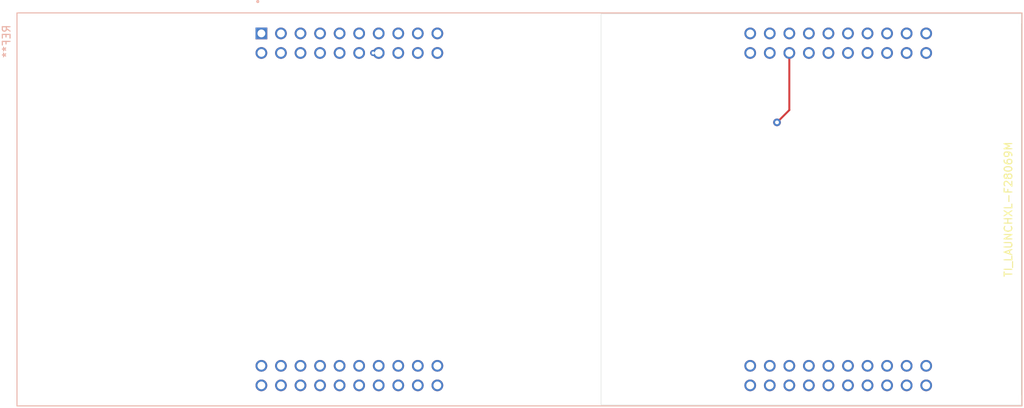
<source format=kicad_pcb>
(kicad_pcb (version 20211014) (generator pcbnew)
  (layers (0 "F.Cu" signal) (31 "B.Cu" signal) (34 "B.Paste" user) (35 "F.Paste" user) (36 "B.SilkS" user "B.Silkscreen") (37 "F.SilkS" user "F.Silkscreen") (38 "B.Mask" user) (39 "F.Mask" user) (44 "Edge.Cuts" user))
  (net 0 "")
  (footprint "kicad-files:TI_LAUNCHXL-F28069M" (layer "B.Cu") (at 146 71.12 -90)
    (fp_text reference "REF**" (at -21.825 66.6355 90) (layer "B.SilkS") (effects (justify mirror)))
    (fp_text value "TI_LAUNCHXL-F28069M" (at 0 -63.5 90) (layer "F.SilkS"))
    (fp_line (start 25.527 -65.278) (end -25.527 -65.278) (layer "B.SilkS") (width 0.127))
    (fp_line (start -25.527 -65.278) (end -25.527 65.278) (layer "B.SilkS") (width 0.127))
    (fp_line (start 25.527 65.278) (end 25.527 -65.278) (layer "B.SilkS") (width 0.127))
    (fp_line (start -25.527 65.278) (end 25.527 65.278) (layer "B.SilkS") (width 0.127))
    (fp_circle (center -27 34.0005) (end -26.9 34.0005) (layer "B.SilkS") (width 0.2) (fill none))
    (pad "1" thru_hole rect (at -22.86 33.528 270) (size 1.524 1.524) (drill 1.016) (layers F&B.Cu *.Mask))
    (pad "2" thru_hole circle (at -22.86 30.988 270) (size 1.524 1.524) (drill 1.016) (layers F&B.Cu *.Mask))
    (pad "3" thru_hole circle (at -22.86 28.448 270) (size 1.524 1.524) (drill 1.016) (layers F&B.Cu *.Mask))
    (pad "4" thru_hole circle (at -22.86 25.908 270) (size 1.524 1.524) (drill 1.016) (layers F&B.Cu *.Mask))
    (pad "5" thru_hole circle (at -22.86 23.368 270) (size 1.524 1.524) (drill 1.016) (layers F&B.Cu *.Mask))
    (pad "6" thru_hole circle (at -22.86 20.828 270) (size 1.524 1.524) (drill 1.016) (layers F&B.Cu *.Mask))
    (pad "7" thru_hole circle (at -22.86 18.288 270) (size 1.524 1.524) (drill 1.016) (layers F&B.Cu *.Mask))
    (pad "8" thru_hole circle (at -22.86 15.748 270) (size 1.524 1.524) (drill 1.016) (layers F&B.Cu *.Mask))
    (pad "9" thru_hole circle (at -22.86 13.208 270) (size 1.524 1.524) (drill 1.016) (layers F&B.Cu *.Mask))
    (pad "10" thru_hole circle (at -22.86 10.668 270) (size 1.524 1.524) (drill 1.016) (layers F&B.Cu *.Mask))
    (pad "11" thru_hole circle (at 22.86 10.668 270) (size 1.524 1.524) (drill 1.016) (layers F&B.Cu *.Mask))
    (pad "12" thru_hole circle (at 22.86 13.208 270) (size 1.524 1.524) (drill 1.016) (layers F&B.Cu *.Mask))
    (pad "13" thru_hole circle (at 22.86 15.748 270) (size 1.524 1.524) (drill 1.016) (layers F&B.Cu *.Mask))
    (pad "14" thru_hole circle (at 22.86 18.288 270) (size 1.524 1.524) (drill 1.016) (layers F&B.Cu *.Mask))
    (pad "15" thru_hole circle (at 22.86 20.828 270) (size 1.524 1.524) (drill 1.016) (layers F&B.Cu *.Mask))
    (pad "16" thru_hole circle (at 22.86 23.368 270) (size 1.524 1.524) (drill 1.016) (layers F&B.Cu *.Mask))
    (pad "17" thru_hole circle (at 22.86 25.908 270) (size 1.524 1.524) (drill 1.016) (layers F&B.Cu *.Mask))
    (pad "18" thru_hole circle (at 22.86 28.448 270) (size 1.524 1.524) (drill 1.016) (layers F&B.Cu *.Mask))
    (pad "19" thru_hole circle (at 22.86 30.988 270) (size 1.524 1.524) (drill 1.016) (layers F&B.Cu *.Mask))
    (pad "20" thru_hole circle (at 22.86 33.528 270) (size 1.524 1.524) (drill 1.016) (layers F&B.Cu *.Mask))
    (pad "21" thru_hole circle (at -20.32 33.528 270) (size 1.524 1.524) (drill 1.016) (layers F&B.Cu *.Mask))
    (pad "22" thru_hole circle (at -20.32 30.988 270) (size 1.524 1.524) (drill 1.016) (layers F&B.Cu *.Mask))
    (pad "23" thru_hole circle (at -20.32 28.448 270) (size 1.524 1.524) (drill 1.016) (layers F&B.Cu *.Mask))
    (pad "24" thru_hole circle (at -20.32 25.908 270) (size 1.524 1.524) (drill 1.016) (layers F&B.Cu *.Mask))
    (pad "25" thru_hole circle (at -20.32 23.368 270) (size 1.524 1.524) (drill 1.016) (layers F&B.Cu *.Mask))
    (pad "26" thru_hole circle (at -20.32 20.828 270) (size 1.524 1.524) (drill 1.016) (layers F&B.Cu *.Mask))
    (pad "27" thru_hole circle (at -20.32 18.288 270) (size 1.524 1.524) (drill 1.016) (layers F&B.Cu *.Mask))
    (pad "28" thru_hole circle (at -20.32 15.748 270) (size 1.524 1.524) (drill 1.016) (layers F&B.Cu *.Mask))
    (pad "29" thru_hole circle (at -20.32 13.208 270) (size 1.524 1.524) (drill 1.016) (layers F&B.Cu *.Mask))
    (pad "30" thru_hole circle (at -20.32 10.668 270) (size 1.524 1.524) (drill 1.016) (layers F&B.Cu *.Mask))
    (pad "31" thru_hole circle (at 20.32 10.668 270) (size 1.524 1.524) (drill 1.016) (layers F&B.Cu *.Mask))
    (pad "32" thru_hole circle (at 20.32 13.208 270) (size 1.524 1.524) (drill 1.016) (layers F&B.Cu *.Mask))
    (pad "33" thru_hole circle (at 20.32 15.748 270) (size 1.524 1.524) (drill 1.016) (layers F&B.Cu *.Mask))
    (pad "34" thru_hole circle (at 20.32 18.288 270) (size 1.524 1.524) (drill 1.016) (layers F&B.Cu *.Mask))
    (pad "35" thru_hole circle (at 20.32 20.828 270) (size 1.524 1.524) (drill 1.016) (layers F&B.Cu *.Mask))
    (pad "36" thru_hole circle (at 20.32 23.368 270) (size 1.524 1.524) (drill 1.016) (layers F&B.Cu *.Mask))
    (pad "37" thru_hole circle (at 20.32 25.908 270) (size 1.524 1.524) (drill 1.016) (layers F&B.Cu *.Mask))
    (pad "38" thru_hole circle (at 20.32 28.448 270) (size 1.524 1.524) (drill 1.016) (layers F&B.Cu *.Mask))
    (pad "39" thru_hole circle (at 20.32 30.988 270) (size 1.524 1.524) (drill 1.016) (layers F&B.Cu *.Mask))
    (pad "40" thru_hole circle (at 20.32 33.528 270) (size 1.524 1.524) (drill 1.016) (layers F&B.Cu *.Mask))
    (pad "41" thru_hole circle (at -22.86 -29.972 270) (size 1.524 1.524) (drill 1.016) (layers F&B.Cu *.Mask))
    (pad "42" thru_hole circle (at -22.86 -32.512 270) (size 1.524 1.524) (drill 1.016) (layers F&B.Cu *.Mask))
    (pad "43" thru_hole circle (at -22.86 -35.052 270) (size 1.524 1.524) (drill 1.016) (layers F&B.Cu *.Mask))
    (pad "44" thru_hole circle (at -22.86 -37.592 270) (size 1.524 1.524) (drill 1.016) (layers F&B.Cu *.Mask))
    (pad "45" thru_hole circle (at -22.86 -40.132 270) (size 1.524 1.524) (drill 1.016) (layers F&B.Cu *.Mask))
    (pad "46" thru_hole circle (at -22.86 -42.672 270) (size 1.524 1.524) (drill 1.016) (layers F&B.Cu *.Mask))
    (pad "47" thru_hole circle (at -22.86 -45.212 270) (size 1.524 1.524) (drill 1.016) (layers F&B.Cu *.Mask))
    (pad "48" thru_hole circle (at -22.86 -47.752 270) (size 1.524 1.524) (drill 1.016) (layers F&B.Cu *.Mask))
    (pad "49" thru_hole circle (at -22.86 -50.292 270) (size 1.524 1.524) (drill 1.016) (layers F&B.Cu *.Mask))
    (pad "50" thru_hole circle (at -22.86 -52.832 270) (size 1.524 1.524) (drill 1.016) (layers F&B.Cu *.Mask))
    (pad "51" thru_hole circle (at 22.86 -52.832 270) (size 1.524 1.524) (drill 1.016) (layers F&B.Cu *.Mask))
    (pad "52" thru_hole circle (at 22.86 -50.292 270) (size 1.524 1.524) (drill 1.016) (layers F&B.Cu *.Mask))
    (pad "53" thru_hole circle (at 22.86 -47.752 270) (size 1.524 1.524) (drill 1.016) (layers F&B.Cu *.Mask))
    (pad "54" thru_hole circle (at 22.86 -45.212 270) (size 1.524 1.524) (drill 1.016) (layers F&B.Cu *.Mask))
    (pad "55" thru_hole circle (at 22.86 -42.672 270) (size 1.524 1.524) (drill 1.016) (layers F&B.Cu *.Mask))
    (pad "56" thru_hole circle (at 22.86 -40.132 270) (size 1.524 1.524) (drill 1.016) (layers F&B.Cu *.Mask))
    (pad "57" thru_hole circle (at 22.86 -37.592 270) (size 1.524 1.524) (drill 1.016) (layers F&B.Cu *.Mask))
    (pad "58" thru_hole circle (at 22.86 -35.052 270) (size 1.524 1.524) (drill 1.016) (layers F&B.Cu *.Mask))
    (pad "59" thru_hole circle (at 22.86 -32.512 270) (size 1.524 1.524) (drill 1.016) (layers F&B.Cu *.Mask))
    (pad "60" thru_hole circle (at 22.86 -29.972 270) (size 1.524 1.524) (drill 1.016) (layers F&B.Cu *.Mask))
    (pad "61" thru_hole circle (at -20.32 -29.972 270) (size 1.524 1.524) (drill 1.016) (layers F&B.Cu *.Mask))
    (pad "62" thru_hole circle (at -20.32 -32.512 270) (size 1.524 1.524) (drill 1.016) (layers F&B.Cu *.Mask))
    (pad "63" thru_hole circle (at -20.32 -35.052 270) (size 1.524 1.524) (drill 1.016) (layers F&B.Cu *.Mask))
    (pad "64" thru_hole circle (at -20.32 -37.592 270) (size 1.524 1.524) (drill 1.016) (layers F&B.Cu *.Mask))
    (pad "65" thru_hole circle (at -20.32 -40.132 270) (size 1.524 1.524) (drill 1.016) (layers F&B.Cu *.Mask))
    (pad "66" thru_hole circle (at -20.32 -42.672 270) (size 1.524 1.524) (drill 1.016) (layers F&B.Cu *.Mask))
    (pad "67" thru_hole circle (at -20.32 -45.212 270) (size 1.524 1.524) (drill 1.016) (layers F&B.Cu *.Mask))
    (pad "68" thru_hole circle (at -20.32 -47.752 270) (size 1.524 1.524) (drill 1.016) (layers F&B.Cu *.Mask))
    (pad "69" thru_hole circle (at -20.32 -50.292 270) (size 1.524 1.524) (drill 1.016) (layers F&B.Cu *.Mask))
    (pad "70" thru_hole circle (at -20.32 -52.832 270) (size 1.524 1.524) (drill 1.016) (layers F&B.Cu *.Mask))
    (pad "71" thru_hole circle (at 20.32 -52.832 270) (size 1.524 1.524) (drill 1.016) (layers F&B.Cu *.Mask))
    (pad "72" thru_hole circle (at 20.32 -50.292 270) (size 1.524 1.524) (drill 1.016) (layers F&B.Cu *.Mask))
    (pad "73" thru_hole circle (at 20.32 -47.752 270) (size 1.524 1.524) (drill 1.016) (layers F&B.Cu *.Mask))
    (pad "74" thru_hole circle (at 20.32 -45.212 270) (size 1.524 1.524) (drill 1.016) (layers F&B.Cu *.Mask))
    (pad "75" thru_hole circle (at 20.32 -42.672 270) (size 1.524 1.524) (drill 1.016) (layers F&B.Cu *.Mask))
    (pad "76" thru_hole circle (at 20.32 -40.132 270) (size 1.524 1.524) (drill 1.016) (layers F&B.Cu *.Mask))
    (pad "77" thru_hole circle (at 20.32 -37.592 270) (size 1.524 1.524) (drill 1.016) (layers F&B.Cu *.Mask))
    (pad "78" thru_hole circle (at 20.32 -35.052 270) (size 1.524 1.524) (drill 1.016) (layers F&B.Cu *.Mask))
    (pad "79" thru_hole circle (at 20.32 -32.512 270) (size 1.524 1.524) (drill 1.016) (layers F&B.Cu *.Mask))
    (pad "80" thru_hole circle (at 20.32 -29.972 270) (size 1.524 1.524) (drill 1.016) (layers F&B.Cu *.Mask))
  )
  (gr_rect (start 156.591 45.72) (end 211.201 96.52) (layer "Edge.Cuts") (width 0.05) (fill none))
  (gr_line (start 211.191974 46.99) (end 211.191974 95.25) (layer "Edge.Cuts") (width 0.05))
  (segment (start 179.451 59.817) (end 181.052 58.216) (width 0.25) (layer "F.Cu") (net 0))
  (segment (start 181.052 58.216) (end 181.052 50.8) (width 0.25) (layer "F.Cu") (net 0))
  (via (at 179.451 59.817) (size 1) (drill 0.5) (layers "F.Cu" "B.Cu") (net 0))
  (via (at 127 50.8) (size 0.8) (drill 0.4) (layers "F.Cu" "B.Cu") (net 0))
)
</source>
